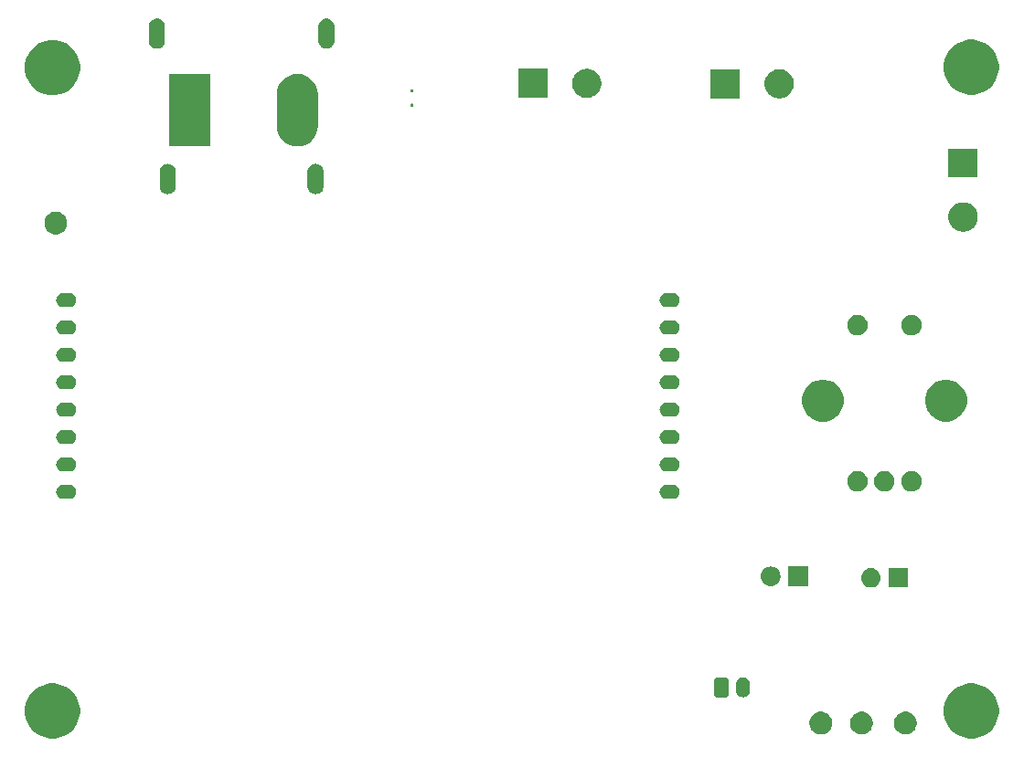
<source format=gbr>
G04 #@! TF.GenerationSoftware,KiCad,Pcbnew,5.1.4-e60b266~84~ubuntu18.04.1*
G04 #@! TF.CreationDate,2019-09-07T16:25:42+05:00*
G04 #@! TF.ProjectId,rck22,72636b32-322e-46b6-9963-61645f706362,rev?*
G04 #@! TF.SameCoordinates,Original*
G04 #@! TF.FileFunction,Soldermask,Bot*
G04 #@! TF.FilePolarity,Negative*
%FSLAX46Y46*%
G04 Gerber Fmt 4.6, Leading zero omitted, Abs format (unit mm)*
G04 Created by KiCad (PCBNEW 5.1.4-e60b266~84~ubuntu18.04.1) date 2019-09-07 16:25:42*
%MOMM*%
%LPD*%
G04 APERTURE LIST*
%ADD10C,0.100000*%
G04 APERTURE END LIST*
D10*
G36*
X183624098Y-116927032D02*
G01*
X184088351Y-117119332D01*
X184506165Y-117398506D01*
X184861494Y-117753835D01*
X185140668Y-118171649D01*
X185332968Y-118635902D01*
X185431000Y-119128746D01*
X185431000Y-119631254D01*
X185332968Y-120124098D01*
X185140668Y-120588351D01*
X184861494Y-121006165D01*
X184506165Y-121361494D01*
X184088351Y-121640668D01*
X183624098Y-121832968D01*
X183131254Y-121931000D01*
X182628746Y-121931000D01*
X182135902Y-121832968D01*
X181671649Y-121640668D01*
X181253835Y-121361494D01*
X180898506Y-121006165D01*
X180619332Y-120588351D01*
X180427032Y-120124098D01*
X180329000Y-119631254D01*
X180329000Y-119128746D01*
X180427032Y-118635902D01*
X180619332Y-118171649D01*
X180898506Y-117753835D01*
X181253835Y-117398506D01*
X181671649Y-117119332D01*
X182135902Y-116927032D01*
X182628746Y-116829000D01*
X183131254Y-116829000D01*
X183624098Y-116927032D01*
X183624098Y-116927032D01*
G37*
G36*
X98534098Y-116927032D02*
G01*
X98998351Y-117119332D01*
X99416165Y-117398506D01*
X99771494Y-117753835D01*
X100050668Y-118171649D01*
X100242968Y-118635902D01*
X100341000Y-119128746D01*
X100341000Y-119631254D01*
X100242968Y-120124098D01*
X100050668Y-120588351D01*
X99771494Y-121006165D01*
X99416165Y-121361494D01*
X98998351Y-121640668D01*
X98534098Y-121832968D01*
X98041254Y-121931000D01*
X97538746Y-121931000D01*
X97045902Y-121832968D01*
X96581649Y-121640668D01*
X96163835Y-121361494D01*
X95808506Y-121006165D01*
X95529332Y-120588351D01*
X95337032Y-120124098D01*
X95239000Y-119631254D01*
X95239000Y-119128746D01*
X95337032Y-118635902D01*
X95529332Y-118171649D01*
X95808506Y-117753835D01*
X96163835Y-117398506D01*
X96581649Y-117119332D01*
X97045902Y-116927032D01*
X97538746Y-116829000D01*
X98041254Y-116829000D01*
X98534098Y-116927032D01*
X98534098Y-116927032D01*
G37*
G36*
X177090564Y-119492068D02*
G01*
X177281835Y-119571295D01*
X177453193Y-119685794D01*
X177453973Y-119686315D01*
X177600365Y-119832707D01*
X177600367Y-119832710D01*
X177715385Y-120004845D01*
X177794612Y-120196116D01*
X177835000Y-120399163D01*
X177835000Y-120606197D01*
X177794612Y-120809244D01*
X177715385Y-121000515D01*
X177645238Y-121105496D01*
X177600365Y-121172653D01*
X177453973Y-121319045D01*
X177453970Y-121319047D01*
X177281835Y-121434065D01*
X177090564Y-121513292D01*
X176887517Y-121553680D01*
X176680483Y-121553680D01*
X176477436Y-121513292D01*
X176286165Y-121434065D01*
X176114030Y-121319047D01*
X176114027Y-121319045D01*
X175967635Y-121172653D01*
X175922762Y-121105496D01*
X175852615Y-121000515D01*
X175773388Y-120809244D01*
X175733000Y-120606197D01*
X175733000Y-120399163D01*
X175773388Y-120196116D01*
X175852615Y-120004845D01*
X175967633Y-119832710D01*
X175967635Y-119832707D01*
X176114027Y-119686315D01*
X176114807Y-119685794D01*
X176286165Y-119571295D01*
X176477436Y-119492068D01*
X176680483Y-119451680D01*
X176887517Y-119451680D01*
X177090564Y-119492068D01*
X177090564Y-119492068D01*
G37*
G36*
X173026564Y-119492068D02*
G01*
X173217835Y-119571295D01*
X173389193Y-119685794D01*
X173389973Y-119686315D01*
X173536365Y-119832707D01*
X173536367Y-119832710D01*
X173651385Y-120004845D01*
X173730612Y-120196116D01*
X173771000Y-120399163D01*
X173771000Y-120606197D01*
X173730612Y-120809244D01*
X173651385Y-121000515D01*
X173581238Y-121105496D01*
X173536365Y-121172653D01*
X173389973Y-121319045D01*
X173389970Y-121319047D01*
X173217835Y-121434065D01*
X173026564Y-121513292D01*
X172823517Y-121553680D01*
X172616483Y-121553680D01*
X172413436Y-121513292D01*
X172222165Y-121434065D01*
X172050030Y-121319047D01*
X172050027Y-121319045D01*
X171903635Y-121172653D01*
X171858762Y-121105496D01*
X171788615Y-121000515D01*
X171709388Y-120809244D01*
X171669000Y-120606197D01*
X171669000Y-120399163D01*
X171709388Y-120196116D01*
X171788615Y-120004845D01*
X171903633Y-119832710D01*
X171903635Y-119832707D01*
X172050027Y-119686315D01*
X172050807Y-119685794D01*
X172222165Y-119571295D01*
X172413436Y-119492068D01*
X172616483Y-119451680D01*
X172823517Y-119451680D01*
X173026564Y-119492068D01*
X173026564Y-119492068D01*
G37*
G36*
X169236884Y-119492068D02*
G01*
X169428155Y-119571295D01*
X169599513Y-119685794D01*
X169600293Y-119686315D01*
X169746685Y-119832707D01*
X169746687Y-119832710D01*
X169861705Y-120004845D01*
X169940932Y-120196116D01*
X169981320Y-120399163D01*
X169981320Y-120606197D01*
X169940932Y-120809244D01*
X169861705Y-121000515D01*
X169791558Y-121105496D01*
X169746685Y-121172653D01*
X169600293Y-121319045D01*
X169600290Y-121319047D01*
X169428155Y-121434065D01*
X169236884Y-121513292D01*
X169033837Y-121553680D01*
X168826803Y-121553680D01*
X168623756Y-121513292D01*
X168432485Y-121434065D01*
X168260350Y-121319047D01*
X168260347Y-121319045D01*
X168113955Y-121172653D01*
X168069082Y-121105496D01*
X167998935Y-121000515D01*
X167919708Y-120809244D01*
X167879320Y-120606197D01*
X167879320Y-120399163D01*
X167919708Y-120196116D01*
X167998935Y-120004845D01*
X168113953Y-119832710D01*
X168113955Y-119832707D01*
X168260347Y-119686315D01*
X168261127Y-119685794D01*
X168432485Y-119571295D01*
X168623756Y-119492068D01*
X168826803Y-119451680D01*
X169033837Y-119451680D01*
X169236884Y-119492068D01*
X169236884Y-119492068D01*
G37*
G36*
X161834028Y-116268533D02*
G01*
X161863137Y-116271400D01*
X161985851Y-116308625D01*
X161985853Y-116308626D01*
X162098944Y-116369074D01*
X162198073Y-116450427D01*
X162279426Y-116549555D01*
X162339874Y-116662646D01*
X162339875Y-116662648D01*
X162377100Y-116785362D01*
X162377100Y-116785365D01*
X162386520Y-116881001D01*
X162386520Y-117494959D01*
X162381156Y-117549420D01*
X162377100Y-117590598D01*
X162357714Y-117654504D01*
X162339874Y-117713314D01*
X162279426Y-117826405D01*
X162198073Y-117925533D01*
X162098945Y-118006886D01*
X162034691Y-118041230D01*
X161985852Y-118067335D01*
X161863138Y-118104560D01*
X161834029Y-118107427D01*
X161735520Y-118117130D01*
X161637012Y-118107427D01*
X161607903Y-118104560D01*
X161485189Y-118067335D01*
X161436350Y-118041230D01*
X161372096Y-118006886D01*
X161272967Y-117925533D01*
X161191614Y-117826405D01*
X161131166Y-117713314D01*
X161113326Y-117654504D01*
X161093940Y-117590598D01*
X161089884Y-117549420D01*
X161084520Y-117494959D01*
X161084520Y-116881002D01*
X161093940Y-116785366D01*
X161093940Y-116785363D01*
X161131165Y-116662649D01*
X161191615Y-116549555D01*
X161272967Y-116450427D01*
X161372094Y-116369075D01*
X161372093Y-116369075D01*
X161372095Y-116369074D01*
X161485186Y-116308626D01*
X161485188Y-116308625D01*
X161607902Y-116271400D01*
X161637011Y-116268533D01*
X161735520Y-116258830D01*
X161834028Y-116268533D01*
X161834028Y-116268533D01*
G37*
G36*
X160186928Y-116266932D02*
G01*
X160233405Y-116281031D01*
X160276230Y-116303921D01*
X160313770Y-116334730D01*
X160344579Y-116372270D01*
X160367469Y-116415095D01*
X160381568Y-116461572D01*
X160386520Y-116511856D01*
X160386520Y-117864104D01*
X160381568Y-117914388D01*
X160367469Y-117960865D01*
X160344579Y-118003690D01*
X160313770Y-118041230D01*
X160276230Y-118072039D01*
X160233405Y-118094929D01*
X160186928Y-118109028D01*
X160136644Y-118113980D01*
X159334396Y-118113980D01*
X159284112Y-118109028D01*
X159237635Y-118094929D01*
X159194810Y-118072039D01*
X159157270Y-118041230D01*
X159126461Y-118003690D01*
X159103571Y-117960865D01*
X159089472Y-117914388D01*
X159084520Y-117864104D01*
X159084520Y-116511856D01*
X159089472Y-116461572D01*
X159103571Y-116415095D01*
X159126461Y-116372270D01*
X159157270Y-116334730D01*
X159194810Y-116303921D01*
X159237635Y-116281031D01*
X159284112Y-116266932D01*
X159334396Y-116261980D01*
X160136644Y-116261980D01*
X160186928Y-116266932D01*
X160186928Y-116266932D01*
G37*
G36*
X177014440Y-107936600D02*
G01*
X175212440Y-107936600D01*
X175212440Y-106134600D01*
X177014440Y-106134600D01*
X177014440Y-107936600D01*
X177014440Y-107936600D01*
G37*
G36*
X173710356Y-106143726D02*
G01*
X173750067Y-106147637D01*
X173919906Y-106199157D01*
X173919908Y-106199158D01*
X174076430Y-106282820D01*
X174213625Y-106395415D01*
X174326220Y-106532610D01*
X174409882Y-106689132D01*
X174409883Y-106689134D01*
X174461403Y-106858973D01*
X174461403Y-106858976D01*
X174478800Y-107035600D01*
X174465371Y-107171940D01*
X174461403Y-107212227D01*
X174453030Y-107239828D01*
X174409882Y-107382068D01*
X174326220Y-107538590D01*
X174213625Y-107675785D01*
X174076430Y-107788380D01*
X173919908Y-107872042D01*
X173919906Y-107872043D01*
X173750067Y-107923563D01*
X173710356Y-107927474D01*
X173617705Y-107936600D01*
X173529175Y-107936600D01*
X173436524Y-107927474D01*
X173396813Y-107923563D01*
X173226974Y-107872043D01*
X173226972Y-107872042D01*
X173070450Y-107788380D01*
X172933255Y-107675785D01*
X172820660Y-107538590D01*
X172736998Y-107382068D01*
X172693850Y-107239828D01*
X172685477Y-107212227D01*
X172681509Y-107171940D01*
X172668080Y-107035600D01*
X172685477Y-106858976D01*
X172685477Y-106858973D01*
X172736997Y-106689134D01*
X172736998Y-106689132D01*
X172820660Y-106532610D01*
X172933255Y-106395415D01*
X173070450Y-106282820D01*
X173226972Y-106199158D01*
X173226974Y-106199157D01*
X173396813Y-106147637D01*
X173436524Y-106143726D01*
X173529175Y-106134600D01*
X173617705Y-106134600D01*
X173710356Y-106143726D01*
X173710356Y-106143726D01*
G37*
G36*
X164439356Y-106001486D02*
G01*
X164479067Y-106005397D01*
X164648906Y-106056917D01*
X164648908Y-106056918D01*
X164805430Y-106140580D01*
X164942625Y-106253175D01*
X165055220Y-106390370D01*
X165131248Y-106532610D01*
X165138883Y-106546894D01*
X165190403Y-106716733D01*
X165190403Y-106716736D01*
X165207800Y-106893360D01*
X165194371Y-107029700D01*
X165190403Y-107069987D01*
X165147255Y-107212227D01*
X165138882Y-107239828D01*
X165055220Y-107396350D01*
X164942625Y-107533545D01*
X164805430Y-107646140D01*
X164648908Y-107729802D01*
X164648906Y-107729803D01*
X164479067Y-107781323D01*
X164439356Y-107785234D01*
X164346705Y-107794360D01*
X164258175Y-107794360D01*
X164165524Y-107785234D01*
X164125813Y-107781323D01*
X163955974Y-107729803D01*
X163955972Y-107729802D01*
X163799450Y-107646140D01*
X163662255Y-107533545D01*
X163549660Y-107396350D01*
X163465998Y-107239828D01*
X163457625Y-107212227D01*
X163414477Y-107069987D01*
X163410509Y-107029700D01*
X163397080Y-106893360D01*
X163414477Y-106716736D01*
X163414477Y-106716733D01*
X163465997Y-106546894D01*
X163473632Y-106532610D01*
X163549660Y-106390370D01*
X163662255Y-106253175D01*
X163799450Y-106140580D01*
X163955972Y-106056918D01*
X163955974Y-106056917D01*
X164125813Y-106005397D01*
X164165524Y-106001486D01*
X164258175Y-105992360D01*
X164346705Y-105992360D01*
X164439356Y-106001486D01*
X164439356Y-106001486D01*
G37*
G36*
X167743440Y-107794360D02*
G01*
X165941440Y-107794360D01*
X165941440Y-105992360D01*
X167743440Y-105992360D01*
X167743440Y-107794360D01*
X167743440Y-107794360D01*
G37*
G36*
X155310736Y-98415280D02*
G01*
X155342618Y-98418420D01*
X155465332Y-98455645D01*
X155465334Y-98455646D01*
X155578425Y-98516094D01*
X155677553Y-98597447D01*
X155758906Y-98696575D01*
X155763541Y-98705247D01*
X155819355Y-98809668D01*
X155856580Y-98932382D01*
X155856580Y-98932385D01*
X155869150Y-99060000D01*
X155859447Y-99158509D01*
X155856580Y-99187618D01*
X155819355Y-99310332D01*
X155819354Y-99310334D01*
X155758906Y-99423425D01*
X155677553Y-99522553D01*
X155578425Y-99603906D01*
X155465334Y-99664354D01*
X155465332Y-99664355D01*
X155342618Y-99701580D01*
X155310736Y-99704720D01*
X155246979Y-99711000D01*
X154633021Y-99711000D01*
X154569264Y-99704720D01*
X154537382Y-99701580D01*
X154414668Y-99664355D01*
X154414666Y-99664354D01*
X154301575Y-99603906D01*
X154202447Y-99522553D01*
X154121094Y-99423425D01*
X154060646Y-99310334D01*
X154060645Y-99310332D01*
X154023420Y-99187618D01*
X154020553Y-99158509D01*
X154010850Y-99060000D01*
X154023420Y-98932385D01*
X154023420Y-98932382D01*
X154060645Y-98809668D01*
X154116459Y-98705247D01*
X154121094Y-98696575D01*
X154202447Y-98597447D01*
X154301575Y-98516094D01*
X154414666Y-98455646D01*
X154414668Y-98455645D01*
X154537382Y-98418420D01*
X154569264Y-98415280D01*
X154633021Y-98409000D01*
X155246979Y-98409000D01*
X155310736Y-98415280D01*
X155310736Y-98415280D01*
G37*
G36*
X99430736Y-98415280D02*
G01*
X99462618Y-98418420D01*
X99585332Y-98455645D01*
X99585334Y-98455646D01*
X99698425Y-98516094D01*
X99797553Y-98597447D01*
X99878906Y-98696575D01*
X99883541Y-98705247D01*
X99939355Y-98809668D01*
X99976580Y-98932382D01*
X99976580Y-98932385D01*
X99989150Y-99060000D01*
X99979447Y-99158509D01*
X99976580Y-99187618D01*
X99939355Y-99310332D01*
X99939354Y-99310334D01*
X99878906Y-99423425D01*
X99797553Y-99522553D01*
X99698425Y-99603906D01*
X99585334Y-99664354D01*
X99585332Y-99664355D01*
X99462618Y-99701580D01*
X99430736Y-99704720D01*
X99366979Y-99711000D01*
X98753021Y-99711000D01*
X98689264Y-99704720D01*
X98657382Y-99701580D01*
X98534668Y-99664355D01*
X98534666Y-99664354D01*
X98421575Y-99603906D01*
X98322447Y-99522553D01*
X98241094Y-99423425D01*
X98180646Y-99310334D01*
X98180645Y-99310332D01*
X98143420Y-99187618D01*
X98140553Y-99158509D01*
X98130850Y-99060000D01*
X98143420Y-98932385D01*
X98143420Y-98932382D01*
X98180645Y-98809668D01*
X98236459Y-98705247D01*
X98241094Y-98696575D01*
X98322447Y-98597447D01*
X98421575Y-98516094D01*
X98534666Y-98455646D01*
X98534668Y-98455645D01*
X98657382Y-98418420D01*
X98689264Y-98415280D01*
X98753021Y-98409000D01*
X99366979Y-98409000D01*
X99430736Y-98415280D01*
X99430736Y-98415280D01*
G37*
G36*
X175103696Y-97184566D02*
G01*
X175276767Y-97256254D01*
X175431822Y-97359859D01*
X175432527Y-97360330D01*
X175564990Y-97492793D01*
X175564992Y-97492796D01*
X175669066Y-97648553D01*
X175740754Y-97821624D01*
X175777300Y-98005353D01*
X175777300Y-98192687D01*
X175740754Y-98376416D01*
X175669066Y-98549487D01*
X175570785Y-98696574D01*
X175564990Y-98705247D01*
X175432527Y-98837710D01*
X175432524Y-98837712D01*
X175276767Y-98941786D01*
X175103696Y-99013474D01*
X174919967Y-99050020D01*
X174732633Y-99050020D01*
X174548904Y-99013474D01*
X174375833Y-98941786D01*
X174220076Y-98837712D01*
X174220073Y-98837710D01*
X174087610Y-98705247D01*
X174081815Y-98696574D01*
X173983534Y-98549487D01*
X173911846Y-98376416D01*
X173875300Y-98192687D01*
X173875300Y-98005353D01*
X173911846Y-97821624D01*
X173983534Y-97648553D01*
X174087608Y-97492796D01*
X174087610Y-97492793D01*
X174220073Y-97360330D01*
X174220778Y-97359859D01*
X174375833Y-97256254D01*
X174548904Y-97184566D01*
X174732633Y-97148020D01*
X174919967Y-97148020D01*
X175103696Y-97184566D01*
X175103696Y-97184566D01*
G37*
G36*
X172603696Y-97184566D02*
G01*
X172776767Y-97256254D01*
X172931822Y-97359859D01*
X172932527Y-97360330D01*
X173064990Y-97492793D01*
X173064992Y-97492796D01*
X173169066Y-97648553D01*
X173240754Y-97821624D01*
X173277300Y-98005353D01*
X173277300Y-98192687D01*
X173240754Y-98376416D01*
X173169066Y-98549487D01*
X173070785Y-98696574D01*
X173064990Y-98705247D01*
X172932527Y-98837710D01*
X172932524Y-98837712D01*
X172776767Y-98941786D01*
X172603696Y-99013474D01*
X172419967Y-99050020D01*
X172232633Y-99050020D01*
X172048904Y-99013474D01*
X171875833Y-98941786D01*
X171720076Y-98837712D01*
X171720073Y-98837710D01*
X171587610Y-98705247D01*
X171581815Y-98696574D01*
X171483534Y-98549487D01*
X171411846Y-98376416D01*
X171375300Y-98192687D01*
X171375300Y-98005353D01*
X171411846Y-97821624D01*
X171483534Y-97648553D01*
X171587608Y-97492796D01*
X171587610Y-97492793D01*
X171720073Y-97360330D01*
X171720778Y-97359859D01*
X171875833Y-97256254D01*
X172048904Y-97184566D01*
X172232633Y-97148020D01*
X172419967Y-97148020D01*
X172603696Y-97184566D01*
X172603696Y-97184566D01*
G37*
G36*
X177603696Y-97184566D02*
G01*
X177776767Y-97256254D01*
X177931822Y-97359859D01*
X177932527Y-97360330D01*
X178064990Y-97492793D01*
X178064992Y-97492796D01*
X178169066Y-97648553D01*
X178240754Y-97821624D01*
X178277300Y-98005353D01*
X178277300Y-98192687D01*
X178240754Y-98376416D01*
X178169066Y-98549487D01*
X178070785Y-98696574D01*
X178064990Y-98705247D01*
X177932527Y-98837710D01*
X177932524Y-98837712D01*
X177776767Y-98941786D01*
X177603696Y-99013474D01*
X177419967Y-99050020D01*
X177232633Y-99050020D01*
X177048904Y-99013474D01*
X176875833Y-98941786D01*
X176720076Y-98837712D01*
X176720073Y-98837710D01*
X176587610Y-98705247D01*
X176581815Y-98696574D01*
X176483534Y-98549487D01*
X176411846Y-98376416D01*
X176375300Y-98192687D01*
X176375300Y-98005353D01*
X176411846Y-97821624D01*
X176483534Y-97648553D01*
X176587608Y-97492796D01*
X176587610Y-97492793D01*
X176720073Y-97360330D01*
X176720778Y-97359859D01*
X176875833Y-97256254D01*
X177048904Y-97184566D01*
X177232633Y-97148020D01*
X177419967Y-97148020D01*
X177603696Y-97184566D01*
X177603696Y-97184566D01*
G37*
G36*
X99430736Y-95875280D02*
G01*
X99462618Y-95878420D01*
X99585332Y-95915645D01*
X99585334Y-95915646D01*
X99698425Y-95976094D01*
X99698427Y-95976095D01*
X99698426Y-95976095D01*
X99797553Y-96057447D01*
X99878905Y-96156574D01*
X99939355Y-96269668D01*
X99976580Y-96392382D01*
X99976580Y-96392385D01*
X99989150Y-96520000D01*
X99979447Y-96618509D01*
X99976580Y-96647618D01*
X99939355Y-96770332D01*
X99939354Y-96770334D01*
X99878906Y-96883425D01*
X99797553Y-96982553D01*
X99698425Y-97063906D01*
X99585334Y-97124354D01*
X99585332Y-97124355D01*
X99462618Y-97161580D01*
X99430736Y-97164720D01*
X99366979Y-97171000D01*
X98753021Y-97171000D01*
X98689264Y-97164720D01*
X98657382Y-97161580D01*
X98534668Y-97124355D01*
X98534666Y-97124354D01*
X98421575Y-97063906D01*
X98322447Y-96982553D01*
X98241094Y-96883425D01*
X98180646Y-96770334D01*
X98180645Y-96770332D01*
X98143420Y-96647618D01*
X98140553Y-96618509D01*
X98130850Y-96520000D01*
X98143420Y-96392385D01*
X98143420Y-96392382D01*
X98180645Y-96269668D01*
X98241095Y-96156574D01*
X98322447Y-96057447D01*
X98421574Y-95976095D01*
X98421573Y-95976095D01*
X98421575Y-95976094D01*
X98534666Y-95915646D01*
X98534668Y-95915645D01*
X98657382Y-95878420D01*
X98689264Y-95875280D01*
X98753021Y-95869000D01*
X99366979Y-95869000D01*
X99430736Y-95875280D01*
X99430736Y-95875280D01*
G37*
G36*
X155310736Y-95875280D02*
G01*
X155342618Y-95878420D01*
X155465332Y-95915645D01*
X155465334Y-95915646D01*
X155578425Y-95976094D01*
X155578427Y-95976095D01*
X155578426Y-95976095D01*
X155677553Y-96057447D01*
X155758905Y-96156574D01*
X155819355Y-96269668D01*
X155856580Y-96392382D01*
X155856580Y-96392385D01*
X155869150Y-96520000D01*
X155859447Y-96618509D01*
X155856580Y-96647618D01*
X155819355Y-96770332D01*
X155819354Y-96770334D01*
X155758906Y-96883425D01*
X155677553Y-96982553D01*
X155578425Y-97063906D01*
X155465334Y-97124354D01*
X155465332Y-97124355D01*
X155342618Y-97161580D01*
X155310736Y-97164720D01*
X155246979Y-97171000D01*
X154633021Y-97171000D01*
X154569264Y-97164720D01*
X154537382Y-97161580D01*
X154414668Y-97124355D01*
X154414666Y-97124354D01*
X154301575Y-97063906D01*
X154202447Y-96982553D01*
X154121094Y-96883425D01*
X154060646Y-96770334D01*
X154060645Y-96770332D01*
X154023420Y-96647618D01*
X154020553Y-96618509D01*
X154010850Y-96520000D01*
X154023420Y-96392385D01*
X154023420Y-96392382D01*
X154060645Y-96269668D01*
X154121095Y-96156574D01*
X154202447Y-96057447D01*
X154301574Y-95976095D01*
X154301573Y-95976095D01*
X154301575Y-95976094D01*
X154414666Y-95915646D01*
X154414668Y-95915645D01*
X154537382Y-95878420D01*
X154569264Y-95875280D01*
X154633021Y-95869000D01*
X155246979Y-95869000D01*
X155310736Y-95875280D01*
X155310736Y-95875280D01*
G37*
G36*
X99430736Y-93335280D02*
G01*
X99462618Y-93338420D01*
X99585332Y-93375645D01*
X99585334Y-93375646D01*
X99698425Y-93436094D01*
X99698427Y-93436095D01*
X99698426Y-93436095D01*
X99797553Y-93517447D01*
X99878905Y-93616574D01*
X99939355Y-93729668D01*
X99976580Y-93852382D01*
X99976580Y-93852385D01*
X99989150Y-93980000D01*
X99979447Y-94078509D01*
X99976580Y-94107618D01*
X99939355Y-94230332D01*
X99939354Y-94230334D01*
X99878906Y-94343425D01*
X99797553Y-94442553D01*
X99698425Y-94523906D01*
X99585334Y-94584354D01*
X99585332Y-94584355D01*
X99462618Y-94621580D01*
X99430736Y-94624720D01*
X99366979Y-94631000D01*
X98753021Y-94631000D01*
X98689264Y-94624720D01*
X98657382Y-94621580D01*
X98534668Y-94584355D01*
X98534666Y-94584354D01*
X98421575Y-94523906D01*
X98322447Y-94442553D01*
X98241094Y-94343425D01*
X98180646Y-94230334D01*
X98180645Y-94230332D01*
X98143420Y-94107618D01*
X98140553Y-94078509D01*
X98130850Y-93980000D01*
X98143420Y-93852385D01*
X98143420Y-93852382D01*
X98180645Y-93729668D01*
X98241095Y-93616574D01*
X98322447Y-93517447D01*
X98421574Y-93436095D01*
X98421573Y-93436095D01*
X98421575Y-93436094D01*
X98534666Y-93375646D01*
X98534668Y-93375645D01*
X98657382Y-93338420D01*
X98689264Y-93335280D01*
X98753021Y-93329000D01*
X99366979Y-93329000D01*
X99430736Y-93335280D01*
X99430736Y-93335280D01*
G37*
G36*
X155310736Y-93335280D02*
G01*
X155342618Y-93338420D01*
X155465332Y-93375645D01*
X155465334Y-93375646D01*
X155578425Y-93436094D01*
X155578427Y-93436095D01*
X155578426Y-93436095D01*
X155677553Y-93517447D01*
X155758905Y-93616574D01*
X155819355Y-93729668D01*
X155856580Y-93852382D01*
X155856580Y-93852385D01*
X155869150Y-93980000D01*
X155859447Y-94078509D01*
X155856580Y-94107618D01*
X155819355Y-94230332D01*
X155819354Y-94230334D01*
X155758906Y-94343425D01*
X155677553Y-94442553D01*
X155578425Y-94523906D01*
X155465334Y-94584354D01*
X155465332Y-94584355D01*
X155342618Y-94621580D01*
X155310736Y-94624720D01*
X155246979Y-94631000D01*
X154633021Y-94631000D01*
X154569264Y-94624720D01*
X154537382Y-94621580D01*
X154414668Y-94584355D01*
X154414666Y-94584354D01*
X154301575Y-94523906D01*
X154202447Y-94442553D01*
X154121094Y-94343425D01*
X154060646Y-94230334D01*
X154060645Y-94230332D01*
X154023420Y-94107618D01*
X154020553Y-94078509D01*
X154010850Y-93980000D01*
X154023420Y-93852385D01*
X154023420Y-93852382D01*
X154060645Y-93729668D01*
X154121095Y-93616574D01*
X154202447Y-93517447D01*
X154301574Y-93436095D01*
X154301573Y-93436095D01*
X154301575Y-93436094D01*
X154414666Y-93375646D01*
X154414668Y-93375645D01*
X154537382Y-93338420D01*
X154569264Y-93335280D01*
X154633021Y-93329000D01*
X155246979Y-93329000D01*
X155310736Y-93335280D01*
X155310736Y-93335280D01*
G37*
G36*
X169693342Y-88729726D02*
G01*
X170047129Y-88876269D01*
X170365525Y-89089014D01*
X170636306Y-89359795D01*
X170849051Y-89678191D01*
X170995594Y-90031978D01*
X171070300Y-90407550D01*
X171070300Y-90790490D01*
X170995594Y-91166062D01*
X170849051Y-91519849D01*
X170636306Y-91838245D01*
X170365525Y-92109026D01*
X170047129Y-92321771D01*
X169693342Y-92468314D01*
X169317770Y-92543020D01*
X168934830Y-92543020D01*
X168559258Y-92468314D01*
X168205471Y-92321771D01*
X167887075Y-92109026D01*
X167616294Y-91838245D01*
X167403549Y-91519849D01*
X167257006Y-91166062D01*
X167182300Y-90790490D01*
X167182300Y-90407550D01*
X167257006Y-90031978D01*
X167403549Y-89678191D01*
X167616294Y-89359795D01*
X167887075Y-89089014D01*
X168205471Y-88876269D01*
X168559258Y-88729726D01*
X168934830Y-88655020D01*
X169317770Y-88655020D01*
X169693342Y-88729726D01*
X169693342Y-88729726D01*
G37*
G36*
X181093342Y-88729726D02*
G01*
X181447129Y-88876269D01*
X181765525Y-89089014D01*
X182036306Y-89359795D01*
X182249051Y-89678191D01*
X182395594Y-90031978D01*
X182470300Y-90407550D01*
X182470300Y-90790490D01*
X182395594Y-91166062D01*
X182249051Y-91519849D01*
X182036306Y-91838245D01*
X181765525Y-92109026D01*
X181447129Y-92321771D01*
X181093342Y-92468314D01*
X180717770Y-92543020D01*
X180334830Y-92543020D01*
X179959258Y-92468314D01*
X179605471Y-92321771D01*
X179287075Y-92109026D01*
X179016294Y-91838245D01*
X178803549Y-91519849D01*
X178657006Y-91166062D01*
X178582300Y-90790490D01*
X178582300Y-90407550D01*
X178657006Y-90031978D01*
X178803549Y-89678191D01*
X179016294Y-89359795D01*
X179287075Y-89089014D01*
X179605471Y-88876269D01*
X179959258Y-88729726D01*
X180334830Y-88655020D01*
X180717770Y-88655020D01*
X181093342Y-88729726D01*
X181093342Y-88729726D01*
G37*
G36*
X99430736Y-90795280D02*
G01*
X99462618Y-90798420D01*
X99585332Y-90835645D01*
X99585334Y-90835646D01*
X99698425Y-90896094D01*
X99797553Y-90977447D01*
X99878906Y-91076575D01*
X99939354Y-91189666D01*
X99939355Y-91189668D01*
X99976580Y-91312382D01*
X99976580Y-91312385D01*
X99989150Y-91440000D01*
X99981285Y-91519849D01*
X99976580Y-91567618D01*
X99939355Y-91690332D01*
X99939354Y-91690334D01*
X99878906Y-91803425D01*
X99797553Y-91902553D01*
X99698425Y-91983906D01*
X99585334Y-92044354D01*
X99585332Y-92044355D01*
X99462618Y-92081580D01*
X99430736Y-92084720D01*
X99366979Y-92091000D01*
X98753021Y-92091000D01*
X98689264Y-92084720D01*
X98657382Y-92081580D01*
X98534668Y-92044355D01*
X98534666Y-92044354D01*
X98421575Y-91983906D01*
X98322447Y-91902553D01*
X98241094Y-91803425D01*
X98180646Y-91690334D01*
X98180645Y-91690332D01*
X98143420Y-91567618D01*
X98138715Y-91519849D01*
X98130850Y-91440000D01*
X98143420Y-91312385D01*
X98143420Y-91312382D01*
X98180645Y-91189668D01*
X98180646Y-91189666D01*
X98241094Y-91076575D01*
X98322447Y-90977447D01*
X98421575Y-90896094D01*
X98534666Y-90835646D01*
X98534668Y-90835645D01*
X98657382Y-90798420D01*
X98689264Y-90795280D01*
X98753021Y-90789000D01*
X99366979Y-90789000D01*
X99430736Y-90795280D01*
X99430736Y-90795280D01*
G37*
G36*
X155310736Y-90795280D02*
G01*
X155342618Y-90798420D01*
X155465332Y-90835645D01*
X155465334Y-90835646D01*
X155578425Y-90896094D01*
X155677553Y-90977447D01*
X155758906Y-91076575D01*
X155819354Y-91189666D01*
X155819355Y-91189668D01*
X155856580Y-91312382D01*
X155856580Y-91312385D01*
X155869150Y-91440000D01*
X155861285Y-91519849D01*
X155856580Y-91567618D01*
X155819355Y-91690332D01*
X155819354Y-91690334D01*
X155758906Y-91803425D01*
X155677553Y-91902553D01*
X155578425Y-91983906D01*
X155465334Y-92044354D01*
X155465332Y-92044355D01*
X155342618Y-92081580D01*
X155310736Y-92084720D01*
X155246979Y-92091000D01*
X154633021Y-92091000D01*
X154569264Y-92084720D01*
X154537382Y-92081580D01*
X154414668Y-92044355D01*
X154414666Y-92044354D01*
X154301575Y-91983906D01*
X154202447Y-91902553D01*
X154121094Y-91803425D01*
X154060646Y-91690334D01*
X154060645Y-91690332D01*
X154023420Y-91567618D01*
X154018715Y-91519849D01*
X154010850Y-91440000D01*
X154023420Y-91312385D01*
X154023420Y-91312382D01*
X154060645Y-91189668D01*
X154060646Y-91189666D01*
X154121094Y-91076575D01*
X154202447Y-90977447D01*
X154301575Y-90896094D01*
X154414666Y-90835646D01*
X154414668Y-90835645D01*
X154537382Y-90798420D01*
X154569264Y-90795280D01*
X154633021Y-90789000D01*
X155246979Y-90789000D01*
X155310736Y-90795280D01*
X155310736Y-90795280D01*
G37*
G36*
X155310736Y-88255280D02*
G01*
X155342618Y-88258420D01*
X155465332Y-88295645D01*
X155465334Y-88295646D01*
X155578425Y-88356094D01*
X155578427Y-88356095D01*
X155578426Y-88356095D01*
X155677553Y-88437447D01*
X155758905Y-88536574D01*
X155819355Y-88649668D01*
X155856580Y-88772382D01*
X155856580Y-88772385D01*
X155869150Y-88900000D01*
X155859447Y-88998509D01*
X155856580Y-89027618D01*
X155819355Y-89150332D01*
X155819354Y-89150334D01*
X155758906Y-89263425D01*
X155677553Y-89362553D01*
X155578425Y-89443906D01*
X155465334Y-89504354D01*
X155465332Y-89504355D01*
X155342618Y-89541580D01*
X155310736Y-89544720D01*
X155246979Y-89551000D01*
X154633021Y-89551000D01*
X154569264Y-89544720D01*
X154537382Y-89541580D01*
X154414668Y-89504355D01*
X154414666Y-89504354D01*
X154301575Y-89443906D01*
X154202447Y-89362553D01*
X154121094Y-89263425D01*
X154060646Y-89150334D01*
X154060645Y-89150332D01*
X154023420Y-89027618D01*
X154020553Y-88998509D01*
X154010850Y-88900000D01*
X154023420Y-88772385D01*
X154023420Y-88772382D01*
X154060645Y-88649668D01*
X154121095Y-88536574D01*
X154202447Y-88437447D01*
X154301574Y-88356095D01*
X154301573Y-88356095D01*
X154301575Y-88356094D01*
X154414666Y-88295646D01*
X154414668Y-88295645D01*
X154537382Y-88258420D01*
X154569264Y-88255280D01*
X154633021Y-88249000D01*
X155246979Y-88249000D01*
X155310736Y-88255280D01*
X155310736Y-88255280D01*
G37*
G36*
X99430736Y-88255280D02*
G01*
X99462618Y-88258420D01*
X99585332Y-88295645D01*
X99585334Y-88295646D01*
X99698425Y-88356094D01*
X99698427Y-88356095D01*
X99698426Y-88356095D01*
X99797553Y-88437447D01*
X99878905Y-88536574D01*
X99939355Y-88649668D01*
X99976580Y-88772382D01*
X99976580Y-88772385D01*
X99989150Y-88900000D01*
X99979447Y-88998509D01*
X99976580Y-89027618D01*
X99939355Y-89150332D01*
X99939354Y-89150334D01*
X99878906Y-89263425D01*
X99797553Y-89362553D01*
X99698425Y-89443906D01*
X99585334Y-89504354D01*
X99585332Y-89504355D01*
X99462618Y-89541580D01*
X99430736Y-89544720D01*
X99366979Y-89551000D01*
X98753021Y-89551000D01*
X98689264Y-89544720D01*
X98657382Y-89541580D01*
X98534668Y-89504355D01*
X98534666Y-89504354D01*
X98421575Y-89443906D01*
X98322447Y-89362553D01*
X98241094Y-89263425D01*
X98180646Y-89150334D01*
X98180645Y-89150332D01*
X98143420Y-89027618D01*
X98140553Y-88998509D01*
X98130850Y-88900000D01*
X98143420Y-88772385D01*
X98143420Y-88772382D01*
X98180645Y-88649668D01*
X98241095Y-88536574D01*
X98322447Y-88437447D01*
X98421574Y-88356095D01*
X98421573Y-88356095D01*
X98421575Y-88356094D01*
X98534666Y-88295646D01*
X98534668Y-88295645D01*
X98657382Y-88258420D01*
X98689264Y-88255280D01*
X98753021Y-88249000D01*
X99366979Y-88249000D01*
X99430736Y-88255280D01*
X99430736Y-88255280D01*
G37*
G36*
X155310736Y-85715280D02*
G01*
X155342618Y-85718420D01*
X155465332Y-85755645D01*
X155465334Y-85755646D01*
X155578425Y-85816094D01*
X155578427Y-85816095D01*
X155578426Y-85816095D01*
X155677553Y-85897447D01*
X155758905Y-85996574D01*
X155819355Y-86109668D01*
X155856580Y-86232382D01*
X155856580Y-86232385D01*
X155869150Y-86360000D01*
X155859447Y-86458509D01*
X155856580Y-86487618D01*
X155819355Y-86610332D01*
X155819354Y-86610334D01*
X155758906Y-86723425D01*
X155677553Y-86822553D01*
X155578425Y-86903906D01*
X155465334Y-86964354D01*
X155465332Y-86964355D01*
X155342618Y-87001580D01*
X155310736Y-87004720D01*
X155246979Y-87011000D01*
X154633021Y-87011000D01*
X154569264Y-87004720D01*
X154537382Y-87001580D01*
X154414668Y-86964355D01*
X154414666Y-86964354D01*
X154301575Y-86903906D01*
X154202447Y-86822553D01*
X154121094Y-86723425D01*
X154060646Y-86610334D01*
X154060645Y-86610332D01*
X154023420Y-86487618D01*
X154020553Y-86458509D01*
X154010850Y-86360000D01*
X154023420Y-86232385D01*
X154023420Y-86232382D01*
X154060645Y-86109668D01*
X154121095Y-85996574D01*
X154202447Y-85897447D01*
X154301574Y-85816095D01*
X154301573Y-85816095D01*
X154301575Y-85816094D01*
X154414666Y-85755646D01*
X154414668Y-85755645D01*
X154537382Y-85718420D01*
X154569264Y-85715280D01*
X154633021Y-85709000D01*
X155246979Y-85709000D01*
X155310736Y-85715280D01*
X155310736Y-85715280D01*
G37*
G36*
X99430736Y-85715280D02*
G01*
X99462618Y-85718420D01*
X99585332Y-85755645D01*
X99585334Y-85755646D01*
X99698425Y-85816094D01*
X99698427Y-85816095D01*
X99698426Y-85816095D01*
X99797553Y-85897447D01*
X99878905Y-85996574D01*
X99939355Y-86109668D01*
X99976580Y-86232382D01*
X99976580Y-86232385D01*
X99989150Y-86360000D01*
X99979447Y-86458509D01*
X99976580Y-86487618D01*
X99939355Y-86610332D01*
X99939354Y-86610334D01*
X99878906Y-86723425D01*
X99797553Y-86822553D01*
X99698425Y-86903906D01*
X99585334Y-86964354D01*
X99585332Y-86964355D01*
X99462618Y-87001580D01*
X99430736Y-87004720D01*
X99366979Y-87011000D01*
X98753021Y-87011000D01*
X98689264Y-87004720D01*
X98657382Y-87001580D01*
X98534668Y-86964355D01*
X98534666Y-86964354D01*
X98421575Y-86903906D01*
X98322447Y-86822553D01*
X98241094Y-86723425D01*
X98180646Y-86610334D01*
X98180645Y-86610332D01*
X98143420Y-86487618D01*
X98140553Y-86458509D01*
X98130850Y-86360000D01*
X98143420Y-86232385D01*
X98143420Y-86232382D01*
X98180645Y-86109668D01*
X98241095Y-85996574D01*
X98322447Y-85897447D01*
X98421574Y-85816095D01*
X98421573Y-85816095D01*
X98421575Y-85816094D01*
X98534666Y-85755646D01*
X98534668Y-85755645D01*
X98657382Y-85718420D01*
X98689264Y-85715280D01*
X98753021Y-85709000D01*
X99366979Y-85709000D01*
X99430736Y-85715280D01*
X99430736Y-85715280D01*
G37*
G36*
X177603696Y-82684566D02*
G01*
X177776767Y-82756254D01*
X177931822Y-82859859D01*
X177932527Y-82860330D01*
X178064990Y-82992793D01*
X178064992Y-82992796D01*
X178169066Y-83148553D01*
X178240754Y-83321624D01*
X178277300Y-83505353D01*
X178277300Y-83692687D01*
X178240754Y-83876416D01*
X178169066Y-84049487D01*
X178155136Y-84070334D01*
X178064990Y-84205247D01*
X177932527Y-84337710D01*
X177932524Y-84337712D01*
X177776767Y-84441786D01*
X177603696Y-84513474D01*
X177419967Y-84550020D01*
X177232633Y-84550020D01*
X177048904Y-84513474D01*
X176875833Y-84441786D01*
X176720076Y-84337712D01*
X176720073Y-84337710D01*
X176587610Y-84205247D01*
X176497464Y-84070334D01*
X176483534Y-84049487D01*
X176411846Y-83876416D01*
X176375300Y-83692687D01*
X176375300Y-83505353D01*
X176411846Y-83321624D01*
X176483534Y-83148553D01*
X176587608Y-82992796D01*
X176587610Y-82992793D01*
X176720073Y-82860330D01*
X176720778Y-82859859D01*
X176875833Y-82756254D01*
X177048904Y-82684566D01*
X177232633Y-82648020D01*
X177419967Y-82648020D01*
X177603696Y-82684566D01*
X177603696Y-82684566D01*
G37*
G36*
X172603696Y-82684566D02*
G01*
X172776767Y-82756254D01*
X172931822Y-82859859D01*
X172932527Y-82860330D01*
X173064990Y-82992793D01*
X173064992Y-82992796D01*
X173169066Y-83148553D01*
X173240754Y-83321624D01*
X173277300Y-83505353D01*
X173277300Y-83692687D01*
X173240754Y-83876416D01*
X173169066Y-84049487D01*
X173155136Y-84070334D01*
X173064990Y-84205247D01*
X172932527Y-84337710D01*
X172932524Y-84337712D01*
X172776767Y-84441786D01*
X172603696Y-84513474D01*
X172419967Y-84550020D01*
X172232633Y-84550020D01*
X172048904Y-84513474D01*
X171875833Y-84441786D01*
X171720076Y-84337712D01*
X171720073Y-84337710D01*
X171587610Y-84205247D01*
X171497464Y-84070334D01*
X171483534Y-84049487D01*
X171411846Y-83876416D01*
X171375300Y-83692687D01*
X171375300Y-83505353D01*
X171411846Y-83321624D01*
X171483534Y-83148553D01*
X171587608Y-82992796D01*
X171587610Y-82992793D01*
X171720073Y-82860330D01*
X171720778Y-82859859D01*
X171875833Y-82756254D01*
X172048904Y-82684566D01*
X172232633Y-82648020D01*
X172419967Y-82648020D01*
X172603696Y-82684566D01*
X172603696Y-82684566D01*
G37*
G36*
X155310736Y-83175280D02*
G01*
X155342618Y-83178420D01*
X155465332Y-83215645D01*
X155465334Y-83215646D01*
X155578425Y-83276094D01*
X155578427Y-83276095D01*
X155578426Y-83276095D01*
X155677553Y-83357447D01*
X155758905Y-83456574D01*
X155819355Y-83569668D01*
X155856580Y-83692382D01*
X155856580Y-83692385D01*
X155869150Y-83820000D01*
X155863593Y-83876416D01*
X155856580Y-83947618D01*
X155825678Y-84049487D01*
X155819354Y-84070334D01*
X155758906Y-84183425D01*
X155677553Y-84282553D01*
X155578425Y-84363906D01*
X155465334Y-84424354D01*
X155465332Y-84424355D01*
X155342618Y-84461580D01*
X155310736Y-84464720D01*
X155246979Y-84471000D01*
X154633021Y-84471000D01*
X154569264Y-84464720D01*
X154537382Y-84461580D01*
X154414668Y-84424355D01*
X154414666Y-84424354D01*
X154301575Y-84363906D01*
X154202447Y-84282553D01*
X154121094Y-84183425D01*
X154060646Y-84070334D01*
X154054322Y-84049487D01*
X154023420Y-83947618D01*
X154016407Y-83876416D01*
X154010850Y-83820000D01*
X154023420Y-83692385D01*
X154023420Y-83692382D01*
X154060645Y-83569668D01*
X154121095Y-83456574D01*
X154202447Y-83357447D01*
X154301574Y-83276095D01*
X154301573Y-83276095D01*
X154301575Y-83276094D01*
X154414666Y-83215646D01*
X154414668Y-83215645D01*
X154537382Y-83178420D01*
X154569264Y-83175280D01*
X154633021Y-83169000D01*
X155246979Y-83169000D01*
X155310736Y-83175280D01*
X155310736Y-83175280D01*
G37*
G36*
X99430736Y-83175280D02*
G01*
X99462618Y-83178420D01*
X99585332Y-83215645D01*
X99585334Y-83215646D01*
X99698425Y-83276094D01*
X99698427Y-83276095D01*
X99698426Y-83276095D01*
X99797553Y-83357447D01*
X99878905Y-83456574D01*
X99939355Y-83569668D01*
X99976580Y-83692382D01*
X99976580Y-83692385D01*
X99989150Y-83820000D01*
X99983593Y-83876416D01*
X99976580Y-83947618D01*
X99945678Y-84049487D01*
X99939354Y-84070334D01*
X99878906Y-84183425D01*
X99797553Y-84282553D01*
X99698425Y-84363906D01*
X99585334Y-84424354D01*
X99585332Y-84424355D01*
X99462618Y-84461580D01*
X99430736Y-84464720D01*
X99366979Y-84471000D01*
X98753021Y-84471000D01*
X98689264Y-84464720D01*
X98657382Y-84461580D01*
X98534668Y-84424355D01*
X98534666Y-84424354D01*
X98421575Y-84363906D01*
X98322447Y-84282553D01*
X98241094Y-84183425D01*
X98180646Y-84070334D01*
X98174322Y-84049487D01*
X98143420Y-83947618D01*
X98136407Y-83876416D01*
X98130850Y-83820000D01*
X98143420Y-83692385D01*
X98143420Y-83692382D01*
X98180645Y-83569668D01*
X98241095Y-83456574D01*
X98322447Y-83357447D01*
X98421574Y-83276095D01*
X98421573Y-83276095D01*
X98421575Y-83276094D01*
X98534666Y-83215646D01*
X98534668Y-83215645D01*
X98657382Y-83178420D01*
X98689264Y-83175280D01*
X98753021Y-83169000D01*
X99366979Y-83169000D01*
X99430736Y-83175280D01*
X99430736Y-83175280D01*
G37*
G36*
X99430736Y-80635280D02*
G01*
X99462618Y-80638420D01*
X99585332Y-80675645D01*
X99585334Y-80675646D01*
X99698425Y-80736094D01*
X99698427Y-80736095D01*
X99698426Y-80736095D01*
X99797553Y-80817447D01*
X99878905Y-80916574D01*
X99939355Y-81029668D01*
X99976580Y-81152382D01*
X99976580Y-81152385D01*
X99989150Y-81280000D01*
X99979447Y-81378509D01*
X99976580Y-81407618D01*
X99939355Y-81530332D01*
X99939354Y-81530334D01*
X99878906Y-81643425D01*
X99797553Y-81742553D01*
X99698425Y-81823906D01*
X99585334Y-81884354D01*
X99585332Y-81884355D01*
X99462618Y-81921580D01*
X99430736Y-81924720D01*
X99366979Y-81931000D01*
X98753021Y-81931000D01*
X98689264Y-81924720D01*
X98657382Y-81921580D01*
X98534668Y-81884355D01*
X98534666Y-81884354D01*
X98421575Y-81823906D01*
X98322447Y-81742553D01*
X98241094Y-81643425D01*
X98180646Y-81530334D01*
X98180645Y-81530332D01*
X98143420Y-81407618D01*
X98140553Y-81378509D01*
X98130850Y-81280000D01*
X98143420Y-81152385D01*
X98143420Y-81152382D01*
X98180645Y-81029668D01*
X98241095Y-80916574D01*
X98322447Y-80817447D01*
X98421574Y-80736095D01*
X98421573Y-80736095D01*
X98421575Y-80736094D01*
X98534666Y-80675646D01*
X98534668Y-80675645D01*
X98657382Y-80638420D01*
X98689264Y-80635280D01*
X98753021Y-80629000D01*
X99366979Y-80629000D01*
X99430736Y-80635280D01*
X99430736Y-80635280D01*
G37*
G36*
X155310736Y-80635280D02*
G01*
X155342618Y-80638420D01*
X155465332Y-80675645D01*
X155465334Y-80675646D01*
X155578425Y-80736094D01*
X155578427Y-80736095D01*
X155578426Y-80736095D01*
X155677553Y-80817447D01*
X155758905Y-80916574D01*
X155819355Y-81029668D01*
X155856580Y-81152382D01*
X155856580Y-81152385D01*
X155869150Y-81280000D01*
X155859447Y-81378509D01*
X155856580Y-81407618D01*
X155819355Y-81530332D01*
X155819354Y-81530334D01*
X155758906Y-81643425D01*
X155677553Y-81742553D01*
X155578425Y-81823906D01*
X155465334Y-81884354D01*
X155465332Y-81884355D01*
X155342618Y-81921580D01*
X155310736Y-81924720D01*
X155246979Y-81931000D01*
X154633021Y-81931000D01*
X154569264Y-81924720D01*
X154537382Y-81921580D01*
X154414668Y-81884355D01*
X154414666Y-81884354D01*
X154301575Y-81823906D01*
X154202447Y-81742553D01*
X154121094Y-81643425D01*
X154060646Y-81530334D01*
X154060645Y-81530332D01*
X154023420Y-81407618D01*
X154020553Y-81378509D01*
X154010850Y-81280000D01*
X154023420Y-81152385D01*
X154023420Y-81152382D01*
X154060645Y-81029668D01*
X154121095Y-80916574D01*
X154202447Y-80817447D01*
X154301574Y-80736095D01*
X154301573Y-80736095D01*
X154301575Y-80736094D01*
X154414666Y-80675646D01*
X154414668Y-80675645D01*
X154537382Y-80638420D01*
X154569264Y-80635280D01*
X154633021Y-80629000D01*
X155246979Y-80629000D01*
X155310736Y-80635280D01*
X155310736Y-80635280D01*
G37*
G36*
X98406444Y-73126908D02*
G01*
X98597715Y-73206135D01*
X98769073Y-73320634D01*
X98769853Y-73321155D01*
X98916245Y-73467547D01*
X98916247Y-73467550D01*
X99031265Y-73639685D01*
X99110492Y-73830956D01*
X99150880Y-74034003D01*
X99150880Y-74241037D01*
X99110492Y-74444084D01*
X99031265Y-74635355D01*
X98936459Y-74777241D01*
X98916245Y-74807493D01*
X98769853Y-74953885D01*
X98769850Y-74953887D01*
X98597715Y-75068905D01*
X98406444Y-75148132D01*
X98203397Y-75188520D01*
X97996363Y-75188520D01*
X97793316Y-75148132D01*
X97602045Y-75068905D01*
X97429910Y-74953887D01*
X97429907Y-74953885D01*
X97283515Y-74807493D01*
X97263301Y-74777241D01*
X97168495Y-74635355D01*
X97089268Y-74444084D01*
X97048880Y-74241037D01*
X97048880Y-74034003D01*
X97089268Y-73830956D01*
X97168495Y-73639685D01*
X97283513Y-73467550D01*
X97283515Y-73467547D01*
X97429907Y-73321155D01*
X97430687Y-73320634D01*
X97602045Y-73206135D01*
X97793316Y-73126908D01*
X97996363Y-73086520D01*
X98203397Y-73086520D01*
X98406444Y-73126908D01*
X98406444Y-73126908D01*
G37*
G36*
X182381567Y-72254959D02*
G01*
X182512072Y-72280918D01*
X182757939Y-72382759D01*
X182979212Y-72530610D01*
X183167390Y-72718788D01*
X183315241Y-72940061D01*
X183417082Y-73185928D01*
X183469000Y-73446938D01*
X183469000Y-73713062D01*
X183417082Y-73974072D01*
X183315241Y-74219939D01*
X183167390Y-74441212D01*
X182979212Y-74629390D01*
X182757939Y-74777241D01*
X182512072Y-74879082D01*
X182381567Y-74905041D01*
X182251063Y-74931000D01*
X181984937Y-74931000D01*
X181854433Y-74905041D01*
X181723928Y-74879082D01*
X181478061Y-74777241D01*
X181256788Y-74629390D01*
X181068610Y-74441212D01*
X180920759Y-74219939D01*
X180818918Y-73974072D01*
X180767000Y-73713062D01*
X180767000Y-73446938D01*
X180818918Y-73185928D01*
X180920759Y-72940061D01*
X181068610Y-72718788D01*
X181256788Y-72530610D01*
X181478061Y-72382759D01*
X181723928Y-72280918D01*
X181854433Y-72254959D01*
X181984937Y-72229000D01*
X182251063Y-72229000D01*
X182381567Y-72254959D01*
X182381567Y-72254959D01*
G37*
G36*
X122305598Y-68675666D02*
G01*
X122305601Y-68675667D01*
X122447165Y-68718610D01*
X122447167Y-68718611D01*
X122577630Y-68788344D01*
X122691986Y-68882194D01*
X122785836Y-68996549D01*
X122855569Y-69127012D01*
X122898515Y-69268582D01*
X122909380Y-69378903D01*
X122909380Y-70752697D01*
X122898515Y-70863018D01*
X122855569Y-71004588D01*
X122785836Y-71135051D01*
X122691986Y-71249406D01*
X122577631Y-71343256D01*
X122447168Y-71412989D01*
X122447166Y-71412990D01*
X122399978Y-71427304D01*
X122305598Y-71455935D01*
X122158381Y-71470434D01*
X122011162Y-71455934D01*
X121984809Y-71447940D01*
X121869595Y-71412990D01*
X121869593Y-71412989D01*
X121739130Y-71343256D01*
X121624775Y-71249406D01*
X121530925Y-71135051D01*
X121461192Y-71004588D01*
X121418246Y-70863018D01*
X121407381Y-70752697D01*
X121407380Y-69378904D01*
X121418245Y-69268583D01*
X121461191Y-69127013D01*
X121530924Y-68996550D01*
X121624774Y-68882194D01*
X121739129Y-68788344D01*
X121869592Y-68718611D01*
X121869594Y-68718610D01*
X121916782Y-68704296D01*
X122011162Y-68675665D01*
X122158379Y-68661166D01*
X122305598Y-68675666D01*
X122305598Y-68675666D01*
G37*
G36*
X108605598Y-68675666D02*
G01*
X108605601Y-68675667D01*
X108747165Y-68718610D01*
X108747167Y-68718611D01*
X108877630Y-68788344D01*
X108991986Y-68882194D01*
X109085836Y-68996549D01*
X109155569Y-69127012D01*
X109198515Y-69268582D01*
X109209380Y-69378903D01*
X109209380Y-70752697D01*
X109198515Y-70863018D01*
X109155569Y-71004588D01*
X109085836Y-71135051D01*
X108991986Y-71249406D01*
X108877631Y-71343256D01*
X108747168Y-71412989D01*
X108747166Y-71412990D01*
X108699978Y-71427304D01*
X108605598Y-71455935D01*
X108458381Y-71470434D01*
X108311162Y-71455934D01*
X108284809Y-71447940D01*
X108169595Y-71412990D01*
X108169593Y-71412989D01*
X108039130Y-71343256D01*
X107924775Y-71249406D01*
X107830925Y-71135051D01*
X107761192Y-71004588D01*
X107718246Y-70863018D01*
X107707381Y-70752697D01*
X107707380Y-69378904D01*
X107718245Y-69268583D01*
X107761191Y-69127013D01*
X107830924Y-68996550D01*
X107924774Y-68882194D01*
X108039129Y-68788344D01*
X108169592Y-68718611D01*
X108169594Y-68718610D01*
X108216782Y-68704296D01*
X108311162Y-68675665D01*
X108458379Y-68661166D01*
X108605598Y-68675666D01*
X108605598Y-68675666D01*
G37*
G36*
X183469000Y-69931000D02*
G01*
X180767000Y-69931000D01*
X180767000Y-67229000D01*
X183469000Y-67229000D01*
X183469000Y-69931000D01*
X183469000Y-69931000D01*
G37*
G36*
X120837260Y-60354306D02*
G01*
X121195600Y-60463007D01*
X121525849Y-60639528D01*
X121815314Y-60877086D01*
X122052872Y-61166551D01*
X122229393Y-61496799D01*
X122338094Y-61855139D01*
X122365600Y-62134411D01*
X122365600Y-65221189D01*
X122338094Y-65500461D01*
X122229393Y-65858801D01*
X122052872Y-66189049D01*
X121815314Y-66478514D01*
X121525849Y-66716072D01*
X121195601Y-66892593D01*
X120837261Y-67001294D01*
X120464600Y-67037998D01*
X120091940Y-67001294D01*
X119733600Y-66892593D01*
X119403352Y-66716072D01*
X119113887Y-66478514D01*
X118876329Y-66189049D01*
X118699808Y-65858801D01*
X118591107Y-65500461D01*
X118563601Y-65221189D01*
X118563600Y-62134412D01*
X118591106Y-61855140D01*
X118699807Y-61496800D01*
X118876328Y-61166551D01*
X119113886Y-60877086D01*
X119403351Y-60639528D01*
X119733599Y-60463007D01*
X120091939Y-60354306D01*
X120464600Y-60317602D01*
X120837260Y-60354306D01*
X120837260Y-60354306D01*
G37*
G36*
X112365600Y-67028800D02*
G01*
X108563600Y-67028800D01*
X108563600Y-60326800D01*
X112365600Y-60326800D01*
X112365600Y-67028800D01*
X112365600Y-67028800D01*
G37*
G36*
X131100861Y-63070928D02*
G01*
X131110585Y-63072862D01*
X131138065Y-63084245D01*
X131162797Y-63100770D01*
X131183830Y-63121803D01*
X131200355Y-63146535D01*
X131211738Y-63174015D01*
X131217540Y-63203188D01*
X131217540Y-63232932D01*
X131211738Y-63262105D01*
X131200355Y-63289585D01*
X131183830Y-63314317D01*
X131162797Y-63335350D01*
X131138065Y-63351875D01*
X131110585Y-63363258D01*
X131100861Y-63365192D01*
X131081414Y-63369060D01*
X131051666Y-63369060D01*
X131032219Y-63365192D01*
X131022495Y-63363258D01*
X130995015Y-63351875D01*
X130970283Y-63335350D01*
X130949250Y-63314317D01*
X130932725Y-63289585D01*
X130921342Y-63262105D01*
X130915540Y-63232932D01*
X130915540Y-63203188D01*
X130921342Y-63174015D01*
X130932725Y-63146535D01*
X130949250Y-63121803D01*
X130970283Y-63100770D01*
X130995015Y-63084245D01*
X131022495Y-63072862D01*
X131032219Y-63070928D01*
X131051666Y-63067060D01*
X131081414Y-63067060D01*
X131100861Y-63070928D01*
X131100861Y-63070928D01*
G37*
G36*
X161444660Y-62577700D02*
G01*
X158742660Y-62577700D01*
X158742660Y-59875700D01*
X161444660Y-59875700D01*
X161444660Y-62577700D01*
X161444660Y-62577700D01*
G37*
G36*
X165357227Y-59901659D02*
G01*
X165487732Y-59927618D01*
X165733599Y-60029459D01*
X165954872Y-60177310D01*
X166143050Y-60365488D01*
X166290901Y-60586761D01*
X166392742Y-60832628D01*
X166444660Y-61093638D01*
X166444660Y-61359762D01*
X166392742Y-61620772D01*
X166290901Y-61866639D01*
X166143050Y-62087912D01*
X165954872Y-62276090D01*
X165733599Y-62423941D01*
X165487732Y-62525782D01*
X165357227Y-62551741D01*
X165226723Y-62577700D01*
X164960597Y-62577700D01*
X164830093Y-62551741D01*
X164699588Y-62525782D01*
X164453721Y-62423941D01*
X164232448Y-62276090D01*
X164044270Y-62087912D01*
X163896419Y-61866639D01*
X163794578Y-61620772D01*
X163742660Y-61359762D01*
X163742660Y-61093638D01*
X163794578Y-60832628D01*
X163896419Y-60586761D01*
X164044270Y-60365488D01*
X164232448Y-60177310D01*
X164453721Y-60029459D01*
X164699588Y-59927618D01*
X164830093Y-59901659D01*
X164960597Y-59875700D01*
X165226723Y-59875700D01*
X165357227Y-59901659D01*
X165357227Y-59901659D01*
G37*
G36*
X147523887Y-59871179D02*
G01*
X147654392Y-59897138D01*
X147900259Y-59998979D01*
X148121532Y-60146830D01*
X148309710Y-60335008D01*
X148457561Y-60556281D01*
X148559402Y-60802148D01*
X148565465Y-60832628D01*
X148611320Y-61063157D01*
X148611320Y-61329283D01*
X148590600Y-61433448D01*
X148559402Y-61590292D01*
X148457561Y-61836159D01*
X148309710Y-62057432D01*
X148121532Y-62245610D01*
X147900259Y-62393461D01*
X147654392Y-62495302D01*
X147523887Y-62521261D01*
X147393383Y-62547220D01*
X147127257Y-62547220D01*
X146996753Y-62521261D01*
X146866248Y-62495302D01*
X146620381Y-62393461D01*
X146399108Y-62245610D01*
X146210930Y-62057432D01*
X146063079Y-61836159D01*
X145961238Y-61590292D01*
X145930040Y-61433448D01*
X145909320Y-61329283D01*
X145909320Y-61063157D01*
X145955175Y-60832628D01*
X145961238Y-60802148D01*
X146063079Y-60556281D01*
X146210930Y-60335008D01*
X146399108Y-60146830D01*
X146620381Y-59998979D01*
X146866248Y-59897138D01*
X146996753Y-59871179D01*
X147127257Y-59845220D01*
X147393383Y-59845220D01*
X147523887Y-59871179D01*
X147523887Y-59871179D01*
G37*
G36*
X143611320Y-62547220D02*
G01*
X140909320Y-62547220D01*
X140909320Y-59845220D01*
X143611320Y-59845220D01*
X143611320Y-62547220D01*
X143611320Y-62547220D01*
G37*
G36*
X98534098Y-57292857D02*
G01*
X98998351Y-57485157D01*
X99416165Y-57764331D01*
X99771494Y-58119660D01*
X100050668Y-58537474D01*
X100242968Y-59001727D01*
X100341000Y-59494571D01*
X100341000Y-59997079D01*
X100242968Y-60489923D01*
X100050668Y-60954176D01*
X99771494Y-61371990D01*
X99416165Y-61727319D01*
X98998351Y-62006493D01*
X98534098Y-62198793D01*
X98041254Y-62296825D01*
X97538746Y-62296825D01*
X97045902Y-62198793D01*
X96581649Y-62006493D01*
X96163835Y-61727319D01*
X95808506Y-61371990D01*
X95529332Y-60954176D01*
X95337032Y-60489923D01*
X95239000Y-59997079D01*
X95239000Y-59494571D01*
X95337032Y-59001727D01*
X95529332Y-58537474D01*
X95808506Y-58119660D01*
X96163835Y-57764331D01*
X96581649Y-57485157D01*
X97045902Y-57292857D01*
X97538746Y-57194825D01*
X98041254Y-57194825D01*
X98534098Y-57292857D01*
X98534098Y-57292857D01*
G37*
G36*
X183624098Y-57237032D02*
G01*
X184088351Y-57429332D01*
X184506165Y-57708506D01*
X184861494Y-58063835D01*
X185140668Y-58481649D01*
X185332968Y-58945902D01*
X185431000Y-59438746D01*
X185431000Y-59941254D01*
X185332968Y-60434098D01*
X185140668Y-60898351D01*
X184861494Y-61316165D01*
X184506165Y-61671494D01*
X184088351Y-61950668D01*
X183624098Y-62142968D01*
X183131254Y-62241000D01*
X182628746Y-62241000D01*
X182135902Y-62142968D01*
X181671649Y-61950668D01*
X181253835Y-61671494D01*
X180898506Y-61316165D01*
X180619332Y-60898351D01*
X180427032Y-60434098D01*
X180329000Y-59941254D01*
X180329000Y-59438746D01*
X180427032Y-58945902D01*
X180619332Y-58481649D01*
X180898506Y-58063835D01*
X181253835Y-57708506D01*
X181671649Y-57429332D01*
X182135902Y-57237032D01*
X182628746Y-57139000D01*
X183131254Y-57139000D01*
X183624098Y-57237032D01*
X183624098Y-57237032D01*
G37*
G36*
X131113561Y-61727268D02*
G01*
X131123285Y-61729202D01*
X131150765Y-61740585D01*
X131175497Y-61757110D01*
X131196530Y-61778143D01*
X131213055Y-61802875D01*
X131213056Y-61802878D01*
X131224438Y-61830356D01*
X131229368Y-61855140D01*
X131230240Y-61859528D01*
X131230240Y-61889272D01*
X131224438Y-61918445D01*
X131213055Y-61945925D01*
X131196530Y-61970657D01*
X131175497Y-61991690D01*
X131150765Y-62008215D01*
X131123285Y-62019598D01*
X131113561Y-62021532D01*
X131094114Y-62025400D01*
X131064366Y-62025400D01*
X131044919Y-62021532D01*
X131035195Y-62019598D01*
X131007715Y-62008215D01*
X130982983Y-61991690D01*
X130961950Y-61970657D01*
X130945425Y-61945925D01*
X130934042Y-61918445D01*
X130928240Y-61889272D01*
X130928240Y-61859528D01*
X130929113Y-61855140D01*
X130934042Y-61830356D01*
X130945424Y-61802878D01*
X130945425Y-61802875D01*
X130961950Y-61778143D01*
X130982983Y-61757110D01*
X131007715Y-61740585D01*
X131035195Y-61729202D01*
X131044919Y-61727268D01*
X131064366Y-61723400D01*
X131094114Y-61723400D01*
X131113561Y-61727268D01*
X131113561Y-61727268D01*
G37*
G36*
X123305598Y-55175666D02*
G01*
X123305601Y-55175667D01*
X123447165Y-55218610D01*
X123447167Y-55218611D01*
X123577630Y-55288344D01*
X123691986Y-55382194D01*
X123785836Y-55496549D01*
X123855569Y-55627012D01*
X123898515Y-55768582D01*
X123909380Y-55878903D01*
X123909380Y-57252697D01*
X123898515Y-57363018D01*
X123869884Y-57457398D01*
X123861464Y-57485157D01*
X123855569Y-57504588D01*
X123785836Y-57635051D01*
X123691986Y-57749406D01*
X123577631Y-57843256D01*
X123447168Y-57912989D01*
X123447166Y-57912990D01*
X123399978Y-57927304D01*
X123305598Y-57955935D01*
X123158381Y-57970434D01*
X123011162Y-57955934D01*
X122927341Y-57930507D01*
X122869595Y-57912990D01*
X122869593Y-57912989D01*
X122739130Y-57843256D01*
X122624775Y-57749406D01*
X122530925Y-57635051D01*
X122461192Y-57504588D01*
X122455298Y-57485157D01*
X122446877Y-57457398D01*
X122418246Y-57363018D01*
X122407381Y-57252697D01*
X122407380Y-55878904D01*
X122418245Y-55768583D01*
X122461191Y-55627013D01*
X122530924Y-55496550D01*
X122624774Y-55382194D01*
X122739129Y-55288344D01*
X122869592Y-55218611D01*
X122869594Y-55218610D01*
X122916782Y-55204296D01*
X123011162Y-55175665D01*
X123158379Y-55161166D01*
X123305598Y-55175666D01*
X123305598Y-55175666D01*
G37*
G36*
X107605598Y-55175666D02*
G01*
X107605601Y-55175667D01*
X107747165Y-55218610D01*
X107747167Y-55218611D01*
X107877630Y-55288344D01*
X107991986Y-55382194D01*
X108085836Y-55496549D01*
X108155569Y-55627012D01*
X108198515Y-55768582D01*
X108209380Y-55878903D01*
X108209380Y-57252697D01*
X108198515Y-57363018D01*
X108169884Y-57457398D01*
X108161464Y-57485157D01*
X108155569Y-57504588D01*
X108085836Y-57635051D01*
X107991986Y-57749406D01*
X107877631Y-57843256D01*
X107747168Y-57912989D01*
X107747166Y-57912990D01*
X107699978Y-57927304D01*
X107605598Y-57955935D01*
X107458381Y-57970434D01*
X107311162Y-57955934D01*
X107227341Y-57930507D01*
X107169595Y-57912990D01*
X107169593Y-57912989D01*
X107039130Y-57843256D01*
X106924775Y-57749406D01*
X106830925Y-57635051D01*
X106761192Y-57504588D01*
X106755298Y-57485157D01*
X106746877Y-57457398D01*
X106718246Y-57363018D01*
X106707381Y-57252697D01*
X106707380Y-55878904D01*
X106718245Y-55768583D01*
X106761191Y-55627013D01*
X106830924Y-55496550D01*
X106924774Y-55382194D01*
X107039129Y-55288344D01*
X107169592Y-55218611D01*
X107169594Y-55218610D01*
X107216782Y-55204296D01*
X107311162Y-55175665D01*
X107458379Y-55161166D01*
X107605598Y-55175666D01*
X107605598Y-55175666D01*
G37*
M02*

</source>
